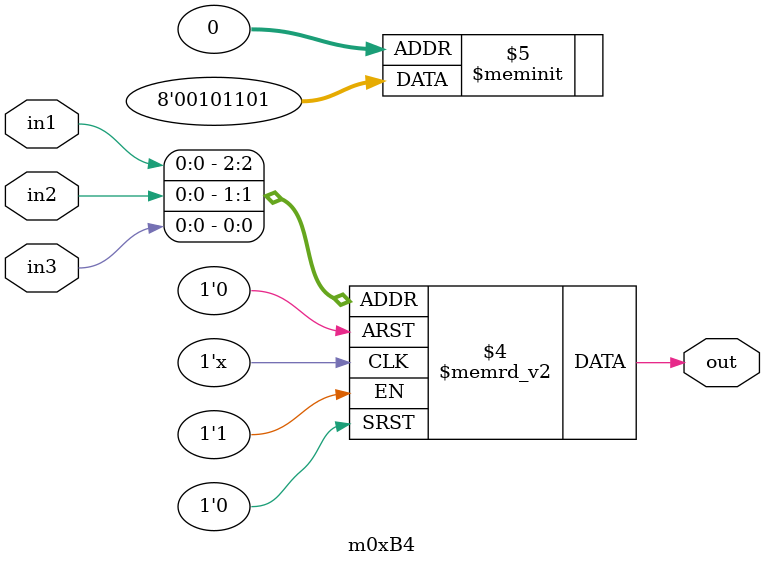
<source format=v>
module m0xB4(output out, input in1, in2, in3);

   always @(in1, in2, in3)
     begin
        case({in1, in2, in3})
          3'b000: {out} = 1'b1;
          3'b001: {out} = 1'b0;
          3'b010: {out} = 1'b1;
          3'b011: {out} = 1'b1;
          3'b100: {out} = 1'b0;
          3'b101: {out} = 1'b1;
          3'b110: {out} = 1'b0;
          3'b111: {out} = 1'b0;
        endcase // case ({in1, in2, in3})
     end // always @ (in1, in2, in3)

endmodule // m0xB4
</source>
